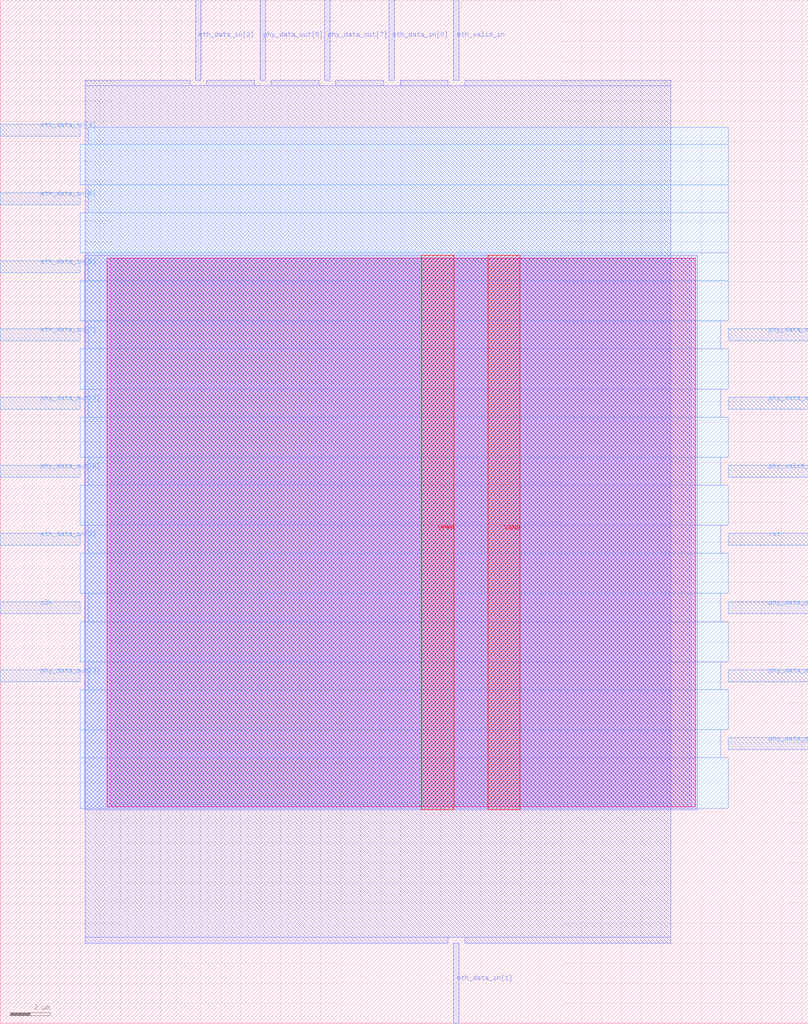
<source format=lef>
VERSION 5.7 ;
  NOWIREEXTENSIONATPIN ON ;
  DIVIDERCHAR "/" ;
  BUSBITCHARS "[]" ;
MACRO eth_phy_1g
  CLASS BLOCK ;
  FOREIGN eth_phy_1g ;
  ORIGIN 0.000 0.000 ;
  SIZE 40.335 BY 51.055 ;
  PIN VGND
    DIRECTION INOUT ;
    USE GROUND ;
    PORT
      LAYER met4 ;
        RECT 24.340 10.640 25.940 38.320 ;
    END
  END VGND
  PIN VPWR
    DIRECTION INOUT ;
    USE POWER ;
    PORT
      LAYER met4 ;
        RECT 21.040 10.640 22.640 38.320 ;
    END
  END VPWR
  PIN clk
    DIRECTION INPUT ;
    USE SIGNAL ;
    ANTENNAGATEAREA 0.852000 ;
    PORT
      LAYER met3 ;
        RECT 0.000 20.440 4.000 21.040 ;
    END
  END clk
  PIN eth_data_in[0]
    DIRECTION INPUT ;
    USE SIGNAL ;
    ANTENNAGATEAREA 0.196500 ;
    PORT
      LAYER met2 ;
        RECT 19.410 47.055 19.690 51.055 ;
    END
  END eth_data_in[0]
  PIN eth_data_in[1]
    DIRECTION INPUT ;
    USE SIGNAL ;
    ANTENNAGATEAREA 0.196500 ;
    PORT
      LAYER met2 ;
        RECT 22.630 0.000 22.910 4.000 ;
    END
  END eth_data_in[1]
  PIN eth_data_in[2]
    DIRECTION INPUT ;
    USE SIGNAL ;
    ANTENNAGATEAREA 0.196500 ;
    PORT
      LAYER met2 ;
        RECT 9.750 47.055 10.030 51.055 ;
    END
  END eth_data_in[2]
  PIN eth_data_in[3]
    DIRECTION INPUT ;
    USE SIGNAL ;
    ANTENNAGATEAREA 0.196500 ;
    PORT
      LAYER met3 ;
        RECT 0.000 23.840 4.000 24.440 ;
    END
  END eth_data_in[3]
  PIN eth_data_in[4]
    DIRECTION INPUT ;
    USE SIGNAL ;
    ANTENNAGATEAREA 0.196500 ;
    PORT
      LAYER met3 ;
        RECT 0.000 44.240 4.000 44.840 ;
    END
  END eth_data_in[4]
  PIN eth_data_in[5]
    DIRECTION INPUT ;
    USE SIGNAL ;
    ANTENNAGATEAREA 0.196500 ;
    PORT
      LAYER met3 ;
        RECT 0.000 37.440 4.000 38.040 ;
    END
  END eth_data_in[5]
  PIN eth_data_in[6]
    DIRECTION INPUT ;
    USE SIGNAL ;
    ANTENNAGATEAREA 0.196500 ;
    PORT
      LAYER met3 ;
        RECT 0.000 40.840 4.000 41.440 ;
    END
  END eth_data_in[6]
  PIN eth_data_in[7]
    DIRECTION INPUT ;
    USE SIGNAL ;
    ANTENNAGATEAREA 0.196500 ;
    PORT
      LAYER met3 ;
        RECT 0.000 34.040 4.000 34.640 ;
    END
  END eth_data_in[7]
  PIN eth_valid_in
    DIRECTION INPUT ;
    USE SIGNAL ;
    ANTENNAGATEAREA 0.196500 ;
    PORT
      LAYER met2 ;
        RECT 22.630 47.055 22.910 51.055 ;
    END
  END eth_valid_in
  PIN phy_data_out[0]
    DIRECTION OUTPUT ;
    USE SIGNAL ;
    ANTENNADIFFAREA 0.445500 ;
    PORT
      LAYER met3 ;
        RECT 0.000 27.240 4.000 27.840 ;
    END
  END phy_data_out[0]
  PIN phy_data_out[1]
    DIRECTION OUTPUT ;
    USE SIGNAL ;
    ANTENNADIFFAREA 0.445500 ;
    PORT
      LAYER met3 ;
        RECT 36.335 13.640 40.335 14.240 ;
    END
  END phy_data_out[1]
  PIN phy_data_out[2]
    DIRECTION OUTPUT ;
    USE SIGNAL ;
    ANTENNADIFFAREA 0.445500 ;
    PORT
      LAYER met3 ;
        RECT 36.335 17.040 40.335 17.640 ;
    END
  END phy_data_out[2]
  PIN phy_data_out[3]
    DIRECTION OUTPUT ;
    USE SIGNAL ;
    ANTENNADIFFAREA 0.445500 ;
    PORT
      LAYER met3 ;
        RECT 0.000 17.040 4.000 17.640 ;
    END
  END phy_data_out[3]
  PIN phy_data_out[4]
    DIRECTION OUTPUT ;
    USE SIGNAL ;
    ANTENNADIFFAREA 0.445500 ;
    PORT
      LAYER met3 ;
        RECT 36.335 34.040 40.335 34.640 ;
    END
  END phy_data_out[4]
  PIN phy_data_out[5]
    DIRECTION OUTPUT ;
    USE SIGNAL ;
    ANTENNADIFFAREA 0.445500 ;
    PORT
      LAYER met2 ;
        RECT 12.970 47.055 13.250 51.055 ;
    END
  END phy_data_out[5]
  PIN phy_data_out[6]
    DIRECTION OUTPUT ;
    USE SIGNAL ;
    ANTENNADIFFAREA 0.445500 ;
    PORT
      LAYER met3 ;
        RECT 36.335 20.440 40.335 21.040 ;
    END
  END phy_data_out[6]
  PIN phy_data_out[7]
    DIRECTION OUTPUT ;
    USE SIGNAL ;
    ANTENNADIFFAREA 0.445500 ;
    PORT
      LAYER met2 ;
        RECT 16.190 47.055 16.470 51.055 ;
    END
  END phy_data_out[7]
  PIN phy_data_out[8]
    DIRECTION OUTPUT ;
    USE SIGNAL ;
    ANTENNADIFFAREA 0.445500 ;
    PORT
      LAYER met3 ;
        RECT 36.335 30.640 40.335 31.240 ;
    END
  END phy_data_out[8]
  PIN phy_data_out[9]
    DIRECTION OUTPUT ;
    USE SIGNAL ;
    ANTENNADIFFAREA 0.445500 ;
    PORT
      LAYER met3 ;
        RECT 0.000 30.640 4.000 31.240 ;
    END
  END phy_data_out[9]
  PIN phy_valid_out
    DIRECTION OUTPUT ;
    USE SIGNAL ;
    ANTENNADIFFAREA 0.445500 ;
    PORT
      LAYER met3 ;
        RECT 36.335 27.240 40.335 27.840 ;
    END
  END phy_valid_out
  PIN rst
    DIRECTION INPUT ;
    USE SIGNAL ;
    ANTENNAGATEAREA 0.126000 ;
    PORT
      LAYER met3 ;
        RECT 36.335 23.840 40.335 24.440 ;
    END
  END rst
  OBS
      LAYER nwell ;
        RECT 5.330 10.795 34.690 38.165 ;
      LAYER li1 ;
        RECT 5.520 10.795 34.500 38.165 ;
      LAYER met1 ;
        RECT 4.210 10.640 34.800 38.320 ;
      LAYER met2 ;
        RECT 4.230 46.775 9.470 47.055 ;
        RECT 10.310 46.775 12.690 47.055 ;
        RECT 13.530 46.775 15.910 47.055 ;
        RECT 16.750 46.775 19.130 47.055 ;
        RECT 19.970 46.775 22.350 47.055 ;
        RECT 23.190 46.775 33.480 47.055 ;
        RECT 4.230 4.280 33.480 46.775 ;
        RECT 4.230 4.000 22.350 4.280 ;
        RECT 23.190 4.000 33.480 4.280 ;
      LAYER met3 ;
        RECT 4.400 43.840 36.335 44.705 ;
        RECT 3.990 41.840 36.335 43.840 ;
        RECT 4.400 40.440 36.335 41.840 ;
        RECT 3.990 38.440 36.335 40.440 ;
        RECT 4.400 37.040 36.335 38.440 ;
        RECT 3.990 35.040 36.335 37.040 ;
        RECT 4.400 33.640 35.935 35.040 ;
        RECT 3.990 31.640 36.335 33.640 ;
        RECT 4.400 30.240 35.935 31.640 ;
        RECT 3.990 28.240 36.335 30.240 ;
        RECT 4.400 26.840 35.935 28.240 ;
        RECT 3.990 24.840 36.335 26.840 ;
        RECT 4.400 23.440 35.935 24.840 ;
        RECT 3.990 21.440 36.335 23.440 ;
        RECT 4.400 20.040 35.935 21.440 ;
        RECT 3.990 18.040 36.335 20.040 ;
        RECT 4.400 16.640 35.935 18.040 ;
        RECT 3.990 14.640 36.335 16.640 ;
        RECT 3.990 13.240 35.935 14.640 ;
        RECT 3.990 10.715 36.335 13.240 ;
  END
END eth_phy_1g
END LIBRARY


</source>
